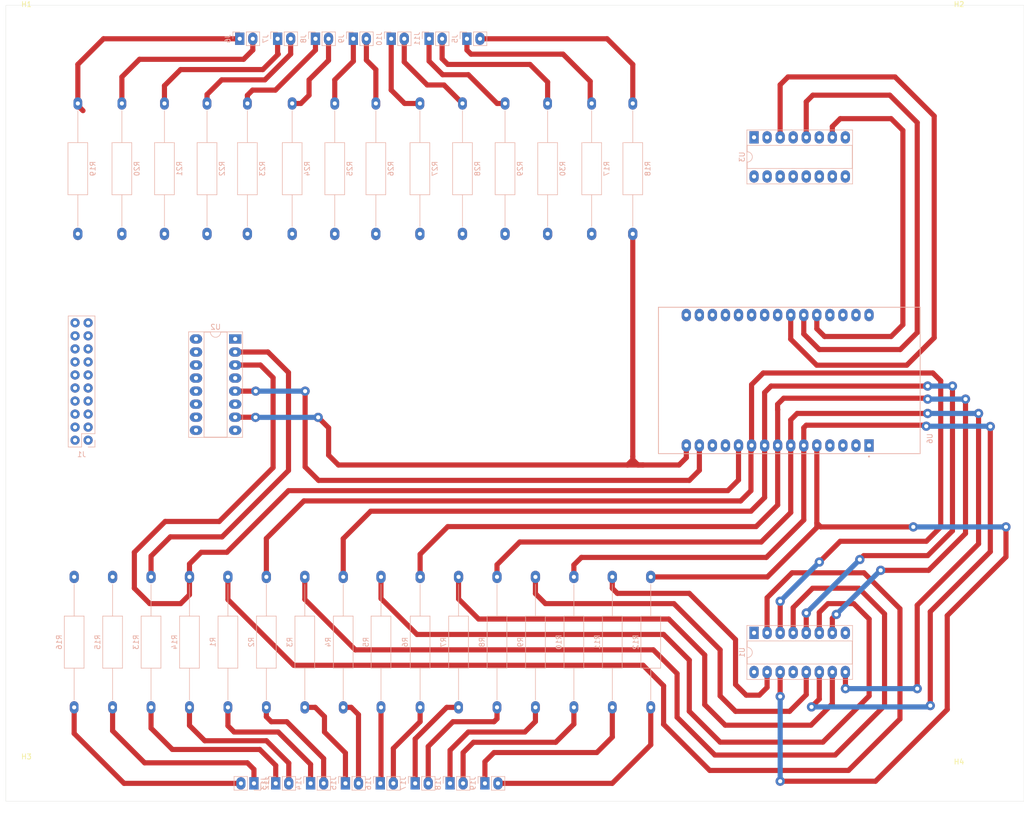
<source format=kicad_pcb>
(kicad_pcb (version 20240108) (generator "pcbnew") (generator_version "8.0")
  (layers (0 "F.Cu" signal) (31 "B.Cu" signal) (34 "B.Paste" user) (35 "F.Paste" user) (36 "B.SilkS" user "B.Silkscreen") (37 "F.SilkS" user "F.Silkscreen") (38 "B.Mask" user) (39 "F.Mask" user) (44 "Edge.Cuts" user))
  (net 0 "")
  (net 1 "+5V")
  (net 2 "GND")
  (net 3 "Net-(J5-Pin_2)")
  (net 4 "Net-(J5-Pin_1)")
  (net 5 "Net-(J6-Pin_1)")
  (net 6 "Net-(J6-Pin_2)")
  (net 7 "Net-(J7-Pin_1)")
  (net 8 "Net-(J7-Pin_2)")
  (net 9 "Net-(J8-Pin_2)")
  (net 10 "Net-(J8-Pin_1)")
  (net 11 "Net-(J9-Pin_2)")
  (net 12 "Net-(J9-Pin_1)")
  (net 13 "Net-(J10-Pin_2)")
  (net 14 "Net-(J10-Pin_1)")
  (net 15 "Net-(J11-Pin_2)")
  (net 16 "Net-(J11-Pin_1)")
  (net 17 "Net-(J12-Pin_1)")
  (net 18 "Net-(J12-Pin_2)")
  (net 19 "Net-(J13-Pin_1)")
  (net 20 "Net-(J13-Pin_2)")
  (net 21 "Net-(J14-Pin_2)")
  (net 22 "Net-(J14-Pin_1)")
  (net 23 "Net-(J15-Pin_2)")
  (net 24 "Net-(J15-Pin_1)")
  (net 25 "Net-(J16-Pin_2)")
  (net 26 "Net-(J16-Pin_1)")
  (net 27 "Net-(J17-Pin_2)")
  (net 28 "Net-(J17-Pin_1)")
  (net 29 "Net-(J18-Pin_2)")
  (net 30 "Net-(J18-Pin_1)")
  (net 31 "Net-(J19-Pin_1)")
  (net 32 "Net-(J19-Pin_2)")
  (net 33 "Net-(R1-Pad1)")
  (net 34 "Net-(R3-Pad1)")
  (net 35 "Net-(R5-Pad1)")
  (net 36 "Net-(R7-Pad1)")
  (net 37 "Net-(R9-Pad1)")
  (net 38 "Net-(R11-Pad1)")
  (net 39 "Net-(R13-Pad1)")
  (net 40 "Net-(R15-Pad1)")
  (net 41 "Net-(R17-Pad1)")
  (net 42 "Net-(R19-Pad1)")
  (net 43 "Net-(R21-Pad1)")
  (net 44 "Net-(R23-Pad1)")
  (net 45 "Net-(R25-Pad1)")
  (net 46 "Net-(R27-Pad1)")
  (net 47 "Net-(R29-Pad1)")
  (net 60 "Net-(J1-Pin_17)")
  (net 61 "Net-(J1-Pin_14)")
  (net 62 "Net-(J1-Pin_7)")
  (net 63 "Net-(J1-Pin_16)")
  (net 64 "Net-(J1-Pin_15)")
  (net 65 "Net-(J1-Pin_10)")
  (net 66 "Net-(J1-Pin_3)")
  (net 67 "Net-(J1-Pin_4)")
  (net 68 "Net-(J1-Pin_8)")
  (net 69 "Net-(J1-Pin_9)")
  (net 70 "Net-(J1-Pin_13)")
  (net 71 "Net-(J1-Pin_6)")
  (net 72 "Net-(J1-Pin_5)")
  (net 73 "Net-(J1-Pin_11)")
  (net 74 "Net-(J1-Pin_12)")
  (footprint "MountingHole:MountingHole_3.2mm_M3" (layer "F.Cu") (at 221.5 165)
    (property "Reference" "H4")
    (property "Value" "MountingHole")
  )
  (footprint "MountingHole:MountingHole_3.2mm_M3" (layer "F.Cu") (at 221.5 17.5)
    (property "Reference" "H2")
    (property "Value" "MountingHole" (hide yes))
  )
  (footprint "MountingHole:MountingHole_3.2mm_M3" (layer "F.Cu") (at 40 17.5)
    (property "Reference" "H1")
    (property "Value" "MountingHole")
  )
  (footprint "MountingHole:MountingHole_3.2mm_M3" (layer "F.Cu") (at 40 164)
    (property "Reference" "H3")
    (property "Value" "MountingHole")
  )
  (footprint "Addlibrary:R_Axial_DIN0411_L9.9mm_D3.6mm_P25.40mm_HorizontalLongPads" (layer "B.Cu") (at 79.209 124.8 -90)
    (property "Reference" "R1")
    (property "Value" "R")
  )
  (footprint "Addlibrary:R_Axial_DIN0411_L9.9mm_D3.6mm_P25.40mm_HorizontalLongPads" (layer "B.Cu") (at 154.019 124.8 -90)
    (property "Reference" "R11")
    (property "Value" "R")
  )
  (footprint "Addlibrary:DIP-16_W7.62mm_Socket_LongPads" (layer "B.Cu") (at 181.6 39.2 -90)
    (property "Reference" "U3")
    (property "Value" "4049")
  )
  (footprint "Addlibrary:R_Axial_DIN0411_L9.9mm_D3.6mm_P25.40mm_HorizontalLongPads" (layer "B.Cu") (at 94.171 124.8 -90)
    (property "Reference" "R3")
    (property "Value" "R")
  )
  (footprint "Addlibrary:PinHeader_1x02_P2.54mm_VerticalLongPads" (layer "B.Cu") (at 96.248332 20 -90)
    (property "Reference" "J8")
    (property "Value" "Conn_01x02_Socket")
  )
  (footprint "Addlibrary:PinSocket_2x10_P2.54mm_VerticalLongPads" (layer "B.Cu") (at 52 98.1725)
    (property "Reference" "J1")
    (property "Value" "Conn_01x20_Socket")
  )
  (footprint "Addlibrary:R_Axial_DIN0411_L9.9mm_D3.6mm_P25.40mm_HorizontalLongPads" (layer "B.Cu") (at 49.285 124.8 -90)
    (property "Reference" "R16")
    (property "Value" "R")
  )
  (footprint "Addlibrary:PinHeader_1x02_P2.54mm_VerticalLongPads" (layer "B.Cu") (at 125.725 20 -90)
    (property "Reference" "J5")
    (property "Value" "Conn_01x02_Socket")
  )
  (footprint "Addlibrary:PinHeader_1x02_P2.54mm_VerticalLongPads" (layer "B.Cu") (at 115.65357 165 -90)
    (property "Reference" "J17")
    (property "Value" "Conn_01x02_Socket")
  )
  (footprint "Addlibrary:DIP-16_W7.62mm_Socket_LongPads" (layer "B.Cu") (at 80.62 78.46 180)
    (property "Reference" "U2")
    (property "Value" "4049")
  )
  (footprint "Addlibrary:R_Axial_DIN0411_L9.9mm_D3.6mm_P25.40mm_HorizontalLongPads" (layer "B.Cu") (at 83 58 90)
    (property "Reference" "R23")
    (property "Value" "R")
  )
  (footprint "Addlibrary:R_Axial_DIN0411_L9.9mm_D3.6mm_P25.40mm_HorizontalLongPads" (layer "B.Cu") (at 99.999614 58 90)
    (property "Reference" "R25")
    (property "Value" "R")
  )
  (footprint "Addlibrary:R_Axial_DIN0411_L9.9mm_D3.6mm_P25.40mm_HorizontalLongPads" (layer "B.Cu") (at 75.142307 58 90)
    (property "Reference" "R22")
    (property "Value" "R")
  )
  (footprint "Addlibrary:R_Axial_DIN0411_L9.9mm_D3.6mm_P25.40mm_HorizontalLongPads" (layer "B.Cu") (at 133.14269 58 90)
    (property "Reference" "R29")
    (property "Value" "R")
  )
  (footprint "Addlibrary:PinHeader_1x02_P2.54mm_VerticalLongPads" (layer "B.Cu") (at 110.986664 20 -90)
    (property "Reference" "J10")
    (property "Value" "Conn_01x02_Socket")
  )
  (footprint "Addlibrary:R_Axial_DIN0411_L9.9mm_D3.6mm_P25.40mm_HorizontalLongPads" (layer "B.Cu") (at 139.057 124.8 -90)
    (property "Reference" "R9")
    (property "Value" "R")
  )
  (footprint "Addlibrary:R_Axial_DIN0411_L9.9mm_D3.6mm_P25.40mm_HorizontalLongPads" (layer "B.Cu") (at 91.713845 58 90)
    (property "Reference" "R24")
    (property "Value" "R")
  )
  (footprint "Addlibrary:R_Axial_DIN0411_L9.9mm_D3.6mm_P25.40mm_HorizontalLongPads" (layer "B.Cu") (at 116.571152 58 90)
    (property "Reference" "R27")
    (property "Value" "R")
  )
  (footprint "Addlibrary:R_Axial_DIN0411_L9.9mm_D3.6mm_P25.40mm_HorizontalLongPads" (layer "B.Cu") (at 158 58 90)
    (property "Reference" "R18")
    (property "Value" "R")
  )
  (footprint "Addlibrary:R_Axial_DIN0411_L9.9mm_D3.6mm_P25.40mm_HorizontalLongPads" (layer "B.Cu") (at 116.614 124.8 -90)
    (property "Reference" "R6")
    (property "Value" "R")
  )
  (footprint "Addlibrary:PinHeader_1x02_P2.54mm_VerticalLongPads" (layer "B.Cu") (at 95.296428 165 -90)
    (property "Reference" "J14")
    (property "Value" "Conn_01x02_Socket")
  )
  (footprint "Addlibrary:R_Axial_DIN0411_L9.9mm_D3.6mm_P25.40mm_HorizontalLongPads" (layer "B.Cu") (at 141.428459 58 90)
    (property "Reference" "R30")
    (property "Value" "R")
  )
  (footprint "Addlibrary:R_Axial_DIN0411_L9.9mm_D3.6mm_P25.40mm_HorizontalLongPads" (layer "B.Cu") (at 56.766 124.8 -90)
    (property "Reference" "R15")
    (property "Value" "R")
  )
  (footprint "Addlibrary:PinHeader_1x02_P2.54mm_VerticalLongPads" (layer "B.Cu") (at 118.35583 20 -90)
    (property "Reference" "J11")
    (property "Value" "Conn_01x02_Socket")
  )
  (footprint "Addlibrary:PinHeader_1x02_P2.54mm_VerticalLongPads" (layer "B.Cu") (at 103.617498 20 -90)
    (property "Reference" "J9")
    (property "Value" "Conn_01x02_Socket")
  )
  (footprint "Addlibrary:R_Axial_DIN0411_L9.9mm_D3.6mm_P25.40mm_HorizontalLongPads" (layer "B.Cu") (at 66.856538 58 90)
    (property "Reference" "R21")
    (property "Value" "R")
  )
  (footprint "Addlibrary:PinHeader_1x02_P2.54mm_VerticalLongPads" (layer "B.Cu") (at 84.275 165 90)
    (property "Reference" "J12")
    (property "Value" "Conn_01x02_Socket")
  )
  (footprint "Addlibrary:MODULE_ESP32_DEVKIT_V1LongPads" (layer "B.Cu") (at 188.465 86.5 90)
    (property "Reference" "U6")
    (property "Value" "ESP32-DEVKIT-V1")
  )
  (footprint "Addlibrary:R_Axial_DIN0411_L9.9mm_D3.6mm_P25.40mm_HorizontalLongPads" (layer "B.Cu") (at 146.538 124.8 -90)
    (property "Reference" "R10")
    (property "Value" "R")
  )
  (footprint "Addlibrary:R_Axial_DIN0411_L9.9mm_D3.6mm_P25.40mm_HorizontalLongPads" (layer "B.Cu") (at 109 124.8 -90)
    (property "Reference" "R5")
    (property "Value" "R")
  )
  (footprint "Addlibrary:R_Axial_DIN0411_L9.9mm_D3.6mm_P25.40mm_HorizontalLongPads" (layer "B.Cu") (at 131.576 124.8 -90)
    (property "Reference" "R8")
    (property "Value" "R")
  )
  (footprint "Addlibrary:R_Axial_DIN0411_L9.9mm_D3.6mm_P25.40mm_HorizontalLongPads" (layer "B.Cu") (at 50 58 90)
    (property "Reference" "R19")
    (property "Value" "R")
  )
  (footprint "Addlibrary:R_Axial_DIN0411_L9.9mm_D3.6mm_P25.40mm_HorizontalLongPads" (layer "B.Cu") (at 58.570769 58 90)
    (property "Reference" "R20")
    (property "Value" "R")
  )
  (footprint "Addlibrary:DIP-16_W7.62mm_Socket_LongPads" (layer "B.Cu") (at 181.6 135.7 -90)
    (property "Reference" "U1")
    (property "Value" "4049")
  )
  (footprint "Addlibrary:PinHeader_1x02_P2.54mm_VerticalLongPads" (layer "B.Cu") (at 88.879166 20 -90)
    (property "Reference" "J7")
    (property "Value" "Conn_01x02_Socket")
  )
  (footprint "Addlibrary:PinHeader_1x02_P2.54mm_VerticalLongPads" (layer "B.Cu") (at 102.082142 165 -90)
    (property "Reference" "J15")
    (property "Value" "Conn_01x02_Socket")
  )
  (footprint "Addlibrary:R_Axial_DIN0411_L9.9mm_D3.6mm_P25.40mm_HorizontalLongPads" (layer "B.Cu") (at 108 58 90)
    (property "Reference" "R26")
    (property "Value" "R")
  )
  (footprint "Addlibrary:R_Axial_DIN0411_L9.9mm_D3.6mm_P25.40mm_HorizontalLongPads" (layer "B.Cu") (at 86.69 124.8 -90)
    (property "Reference" "R2")
    (property "Value" "R")
  )
  (footprint "Addlibrary:R_Axial_DIN0411_L9.9mm_D3.6mm_P25.40mm_HorizontalLongPads" (layer "B.Cu") (at 150 58 90)
    (property "Reference" "R17")
    (property "Value" "R")
  )
  (footprint "Addlibrary:R_Axial_DIN0411_L9.9mm_D3.6mm_P25.40mm_HorizontalLongPads" (layer "B.Cu") (at 71.728 124.8 -90)
    (property "Reference" "R14")
    (property "Value" "R")
  )
  (footprint "Addlibrary:R_Axial_DIN0411_L9.9mm_D3.6mm_P25.40mm_HorizontalLongPads" (layer "B.Cu") (at 101.652 124.8 -90)
    (property "Reference" "R4")
    (property "Value" "R")
  )
  (footprint "Addlibrary:PinHeader_1x02_P2.54mm_VerticalLongPads" (layer "B.Cu") (at 129.225 165 -90)
    (property "Reference" "J19")
    (property "Value" "Conn_01x02_Socket")
  )
  (footprint "Addlibrary:PinHeader_1x02_P2.54mm_VerticalLongPads" (layer "B.Cu") (at 88.510714 165 -90)
    (property "Reference" "J13")
    (property "Value" "Conn_01x02_Socket")
  )
  (footprint "Addlibrary:R_Axial_DIN0411_L9.9mm_D3.6mm_P25.40mm_HorizontalLongPads" (layer "B.Cu") (at 161.5 124.8 -90)
    (property "Reference" "R12")
    (property "Value" "R")
  )
  (footprint "Addlibrary:PinHeader_1x02_P2.54mm_VerticalLongPads" (layer "B.Cu") (at 122.439284 165 -90)
    (property "Reference" "J18")
    (property "Value" "Conn_01x02_Socket")
  )
  (footprint "Addlibrary:R_Axial_DIN0411_L9.9mm_D3.6mm_P25.40mm_HorizontalLongPads" (layer "B.Cu") (at 124.856921 58 90)
    (property "Reference" "R28")
    (property "Value" "R")
  )
  (footprint "Addlibrary:PinHeader_1x02_P2.54mm_VerticalLongPads" (layer "B.Cu") (at 108.867856 165 -90)
    (property "Reference" "J16")
    (property "Value" "Conn_01x02_Socket")
  )
  (footprint "Addlibrary:R_Axial_DIN0411_L9.9mm_D3.6mm_P25.40mm_HorizontalLongPads" (layer "B.Cu") (at 64.247 124.8 -90)
    (property "Reference" "R13")
    (property "Value" "R")
  )
  (footprint "Addlibrary:PinHeader_1x02_P2.54mm_VerticalLongPads" (layer "B.Cu") (at 81.51 20 -90)
    (property "Reference" "J6")
    (property "Value" "Conn_01x02_Socket")
  )
  (footprint "Addlibrary:R_Axial_DIN0411_L9.9mm_D3.6mm_P25.40mm_HorizontalLongPads" (layer "B.Cu") (at 124.095 124.8 -90)
    (property "Reference" "R7")
    (property "Value" "R")
  )
  (gr_rect (start 36 13.5) (end 234.136 168.5) (stroke (width 0.05)) (fill none) (layer "Edge.Cuts"))
  (segment (start 128.265 20) (end 153 20) (width 1) (layer "F.Cu") (net 3))
  (segment (start 158 25) (end 158 32.6) (width 1) (layer "F.Cu") (net 3))
  (segment (start 153 20) (end 158 25) (width 1) (layer "F.Cu") (net 3))
  (segment (start 149.714228 28.285772) (end 149.714228 32.6) (width 1) (layer "F.Cu") (net 4))
  (segment (start 144.428456 23) (end 144 23) (width 1) (layer "F.Cu") (net 4))
  (segment (start 125.725 20) (end 125.725 22.2) (width 1) (layer "F.Cu") (net 4))
  (segment (start 126.525 23) (end 144 23) (width 1) (layer "F.Cu") (net 4))
  (segment (start 125.725 22.2) (end 126.525 23) (width 1) (layer "F.Cu") (net 4))
  (segment (start 149.714228 28.285772) (end 144.428456 23) (width 1) (layer "F.Cu") (net 4))
  (segment (start 50 25) (end 55 20) (width 1) (layer "F.Cu") (net 5))
  (segment (start 50 32.6) (end 50 25) (width 1) (layer "F.Cu") (net 5))
  (segment (start 50.285 33.285) (end 51 34) (width 1) (layer "F.Cu") (net 5))
  (segment (start 55 20) (end 81.51 20) (width 1) (layer "F.Cu") (net 5))
  (segment (start 50.285 32.6) (end 50.285 33.285) (width 1) (layer "F.Cu") (net 5))
  (segment (start 82.25 24) (end 84.05 22.2) (width 1) (layer "F.Cu") (net 6))
  (segment (start 58.570769 27.429231) (end 62 24) (width 1) (layer "F.Cu") (net 6))
  (segment (start 84.05 22.2) (end 84.05 20) (width 1) (layer "F.Cu") (net 6))
  (segment (start 62 24) (end 82.25 24) (width 1) (layer "F.Cu") (net 6))
  (segment (start 58.570769 32.6) (end 58.570769 27.429231) (width 1) (layer "F.Cu") (net 6))
  (segment (start 89 23) (end 88.879166 22.879166) (width 1) (layer "F.Cu") (net 7))
  (segment (start 66.856538 32.6) (end 66.856538 29.143462) (width 1) (layer "F.Cu") (net 7))
  (segment (start 66.856538 29.143462) (end 70 26) (width 1) (layer "F.Cu") (net 7))
  (segment (start 70 26) (end 86 26) (width 1) (layer "F.Cu") (net 7))
  (segment (start 86 26) (end 89 23) (width 1) (layer "F.Cu") (net 7))
  (segment (start 88.879166 22.879166) (end 88.879166 20) (width 1) (layer "F.Cu") (net 7))
  (segment (start 75.142307 30.857693) (end 78 28) (width 1) (layer "F.Cu") (net 8))
  (segment (start 78 28) (end 86.404164 28) (width 1) (layer "F.Cu") (net 8))
  (segment (start 91.419166 22.984998) (end 91.419166 20) (width 1) (layer "F.Cu") (net 8))
  (segment (start 86.404164 28) (end 91.419166 22.984998) (width 1) (layer "F.Cu") (net 8))
  (segment (start 75.142307 32.6) (end 75.142307 30.857693) (width 1) (layer "F.Cu") (net 8))
  (segment (start 95 28) (end 98.5 24.5) (width 1) (layer "F.Cu") (net 9))
  (segment (start 93.4 32.6) (end 95 31) (width 1) (layer "F.Cu") (net 9))
  (segment (start 95 31) (end 95 28) (width 1) (layer "F.Cu") (net 9))
  (segment (start 98.788332 20) (end 98.788332 24.211668) (width 1) (layer "F.Cu") (net 9))
  (segment (start 98.788332 24.211668) (end 98.5 24.5) (width 1) (layer "F.Cu") (net 9))
  (segment (start 91.713845 32.6) (end 93.4 32.6) (width 1) (layer "F.Cu") (net 9))
  (segment (start 83 32.6) (end 83 31) (width 1) (layer "F.Cu") (net 10))
  (segment (start 84 30) (end 88.448332 30) (width 1) (layer "F.Cu") (net 10))
  (segment (start 96.248332 22.2) (end 96.248332 20) (width 1) (layer "F.Cu") (net 10))
  (segment (start 88.448332 30) (end 96.248332 22.2) (width 1) (layer "F.Cu") (net 10))
  (segment (start 83 31) (end 84 30) (width 1) (layer "F.Cu") (net 10))
  (segment (start 106.157498 24.157498) (end 108 26) (width 1) (layer "F.Cu") (net 11))
  (segment (start 106.157498 20.8) (end 106.157498 24.157498) (width 1) (layer "F.Cu") (net 11))
  (segment (start 108 26) (end 108 32.6) (width 1) (layer "F.Cu") (net 11))
  (segment (start 103.617498 24.382502) (end 99.999614 28.000386) (width 1) (layer "F.Cu") (net 12))
  (segment (start 103.617498 20.8) (end 103.617498 24.382502) (width 1) (layer "F.Cu") (net 12))
  (segment (start 99.999614 28.000386) (end 99.999614 32.6) (width 1) (layer "F.Cu") (net 12))
  (segment (start 113.526664 24.526664) (end 118 29) (width 1) (layer "F.Cu") (net 13))
  (segment (start 113.526664 20.8) (end 113.526664 24.526664) (width 1) (layer "F.Cu") (net 13))
  (segment (start 118 29) (end 121.256921 29) (width 1) (layer "F.Cu") (net 13))
  (segment (start 121.256921 29) (end 124.856921 32.6) (width 1) (layer "F.Cu") (net 13))
  (segment (start 113.6 32.6) (end 116.571152 32.6) (width 1) (layer "F.Cu") (net 14))
  (segment (start 110.986664 29.986664) (end 113.6 32.6) (width 1) (layer "F.Cu") (net 14))
  (segment (start 110.986664 20.8) (end 110.986664 29.986664) (width 1) (layer "F.Cu") (net 14))
  (segment (start 141.428459 28.428459) (end 141.428459 32.6) (width 1) (layer "F.Cu") (net 15))
  (segment (start 120.89583 20.8) (end 120.89583 23.89583) (width 1) (layer "F.Cu") (net 15))
  (segment (start 138 25) (end 141.428459 28.428459) (width 1) (layer "F.Cu") (net 15))
  (segment (start 122 25) (end 138 25) (width 1) (layer "F.Cu") (net 15))
  (segment (start 120.89583 23.89583) (end 122 25) (width 1) (layer "F.Cu") (net 15))
  (segment (start 131.6 32.6) (end 133.14269 32.6) (width 1) (layer "F.Cu") (net 16))
  (segment (start 118.35583 20.8) (end 118.35583 24.35583) (width 1) (layer "F.Cu") (net 16))
  (segment (start 118.35583 24.35583) (end 121 27) (width 1) (layer "F.Cu") (net 16))
  (segment (start 121 27) (end 126 27) (width 1) (layer "F.Cu") (net 16))
  (segment (start 126 27) (end 131.6 32.6) (width 1) (layer "F.Cu") (net 16))
  (segment (start 56.766 154.766) (end 56.766 150.2) (width 1) (layer "F.Cu") (net 17))
  (segment (start 84.275 165) (end 84.275 162.275) (width 1) (layer "F.Cu") (net 17))
  (segment (start 83 161) (end 63 161) (width 1) (layer "F.Cu") (net 17))
  (segment (start 84.275 162.275) (end 83 161) (width 1) (layer "F.Cu") (net 17))
  (segment (start 63 161) (end 56.766 154.766) (width 1) (layer "F.Cu") (net 17))
  (segment (start 49.285 155.285) (end 49.285 150.2) (width 1) (layer "F.Cu") (net 18))
  (segment (start 59 165) (end 49.285 155.285) (width 1) (layer "F.Cu") (net 18))
  (segment (start 81.735 165) (end 59 165) (width 1) (layer "F.Cu") (net 18))
  (segment (start 64.247 150.2) (end 64.247 154.247) (width 1) (layer "F.Cu") (net 19))
  (segment (start 88.510714 161.510714) (end 88.510714 165) (width 1) (layer "F.Cu") (net 19))
  (segment (start 68.4 158.4) (end 85.4 158.4) (width 1) (layer "F.Cu") (net 19))
  (segment (start 85.4 158.4) (end 88.510714 161.510714) (width 1) (layer "F.Cu") (net 19))
  (segment (start 64.247 154.247) (end 68.4 158.4) (width 1) (layer "F.Cu") (net 19))
  (segment (start 71.728 153.728) (end 74.7 156.7) (width 1) (layer "F.Cu") (net 20))
  (segment (start 74.7 156.7) (end 86.7 156.7) (width 1) (layer "F.Cu") (net 20))
  (segment (start 91.050714 161.050714) (end 91.050714 165) (width 1) (layer "F.Cu") (net 20))
  (segment (start 71.728 150.2) (end 71.728 153.728) (width 1) (layer "F.Cu") (net 20))
  (segment (start 86.7 156.7) (end 91.050714 161.050714) (width 1) (layer "F.Cu") (net 20))
  (segment (start 90.672856 153) (end 87.655 153) (width 1) (layer "F.Cu") (net 21))
  (segment (start 86.69 152.035) (end 86.69 150.2) (width 1) (layer "F.Cu") (net 21))
  (segment (start 97.836428 160.163572) (end 90.672856 153) (width 1) (layer "F.Cu") (net 21))
  (segment (start 87.655 153) (end 86.69 152.035) (width 1) (layer "F.Cu") (net 21))
  (segment (start 97.836428 165) (end 97.836428 160.163572) (width 1) (layer "F.Cu") (net 21))
  (segment (start 95.296428 165) (end 95.296428 161.296428) (width 1) (layer "F.Cu") (net 22))
  (segment (start 79.209 153.791) (end 79.209 150.2) (width 1) (layer "F.Cu") (net 22))
  (segment (start 80.418 155) (end 79.209 153.791) (width 1) (layer "F.Cu") (net 22))
  (segment (start 89 155) (end 80.418 155) (width 1) (layer "F.Cu") (net 22))
  (segment (start 95.296428 161.296428) (end 89 155) (width 1) (layer "F.Cu") (net 22))
  (segment (start 103.2 150.2) (end 104.622142 151.622142) (width 1) (layer "F.Cu") (net 23))
  (segment (start 101.652 150.2) (end 103.2 150.2) (width 1) (layer "F.Cu") (net 23))
  (segment (start 104.622142 151.622142) (end 104.622142 165) (width 1) (layer "F.Cu") (net 23))
  (segment (start 102.082142 159.082142) (end 102.082142 165) (width 1) (layer "F.Cu") (net 24))
  (segment (start 96.2 150.2) (end 98 152) (width 1) (layer "F.Cu") (net 24))
  (segment (start 98 155) (end 102.082142 159.082142) (width 1) (layer "F.Cu") (net 24))
  (segment (start 98 152) (end 98 155) (width 1) (layer "F.Cu") (net 24))
  (segment (start 94.171 150.2) (end 96.2 150.2) (width 1) (layer "F.Cu") (net 24))
  (segment (start 111.407856 165) (end 111.407856 158.18798) (width 1) (layer "F.Cu") (net 25))
  (segment (start 116.614 152.981836) (end 116.614 150.2) (width 1) (layer "F.Cu") (net 25))
  (segment (start 111.407856 158.18798) (end 116.614 152.981836) (width 1) (layer "F.Cu") (net 25))
  (segment (start 109 164.867856) (end 108.867856 165) (width 1) (layer "F.Cu") (net 26))
  (segment (start 109 150.2) (end 109 164.867856) (width 1) (layer "F.Cu") (net 26))
  (segment (start 123 153) (end 131 153) (width 1) (layer "F.Cu") (net 27))
  (segment (start 118.19357 165) (end 118.19357 157.80643) (width 1) (layer "F.Cu") (net 27))
  (segment (start 131 153) (end 131.576 152.424) (width 1) (layer "F.Cu") (net 27))
  (segment (start 118.19357 157.80643) (end 123 153) (width 1) (layer "F.Cu") (net 27))
  (segment (start 131.576 152.424) (end 131.576 150.2) (width 1) (layer "F.Cu") (net 27))
  (segment (start 115.65357 156.34643) (end 121.8 150.2) (width 1) (layer "F.Cu") (net 28))
  (segment (start 115.65357 165) (end 115.65357 156.34643) (width 1) (layer "F.Cu") (net 28))
  (segment (start 121.8 150.2) (end 124.095 150.2) (width 1) (layer "F.Cu") (net 28))
  (segment (start 127 157) (end 143 157) (width 1) (layer "F.Cu") (net 29))
  (segment (start 146.538 153.462) (end 146.538 150.2) (width 1) (layer "F.Cu") (net 29))
  (segment (start 143 157) (end 146.538 153.462) (width 1) (layer "F.Cu") (net 29))
  (segment (start 124.979284 165) (end 124.979284 159.020716) (width 1) (layer "F.Cu") (net 29))
  (segment (start 124.979284 159.020716) (end 127 157) (width 1) (layer "F.Cu") (net 29))
  (segment (start 122.439284 165) (end 122.439284 158.560716) (width 1) (layer "F.Cu") (net 30))
  (segment (start 139.057 152.943) (end 139.057 150.2) (width 1) (layer "F.Cu") (net 30))
  (segment (start 126 155) (end 137 155) (width 1) (layer "F.Cu") (net 30))
  (segment (start 137 155) (end 139.057 152.943) (width 1) (layer "F.Cu") (net 30))
  (segment (start 122.439284 158.560716) (end 126 155) (width 1) (layer "F.Cu") (net 30))
  (segment (start 131 159) (end 151 159) (width 1) (layer "F.Cu") (net 31))
  (segment (start 129.225 165) (end 129.225 160.775) (width 1) (layer "F.Cu") (net 31))
  (segment (start 129.225 160.775) (end 131 159) (width 1) (layer "F.Cu") (net 31))
  (segment (start 151 159) (end 154.019 155.981) (width 1) (layer "F.Cu") (net 31))
  (segment (start 154.019 155.981) (end 154.019 150.2) (width 1) (layer "F.Cu") (net 31))
  (segment (start 154 165) (end 131.765 165) (width 1) (layer "F.Cu") (net 32))
  (segment (start 161.5 157.5) (end 154 165) (width 1) (layer "F.Cu") (net 32))
  (segment (start 161.5 150.2) (end 161.5 157.5) (width 1) (layer "F.Cu") (net 32))
  (segment (start 184.14 135.7) (end 184.14 128.86) (width 1) (layer "F.Cu") (net 33))
  (segment (start 160 142) (end 92 142) (width 1) (layer "F.Cu") (net 33))
  (segment (start 209.981918 152.483918) (end 199.981918 162.483918) (width 1) (layer "F.Cu") (net 33))
  (segment (start 164 153.465836) (end 164 146) (width 1) (layer "F.Cu") (net 33))
  (segment (start 163.981918 153.483918) (end 164 153.465836) (width 1) (layer "F.Cu") (net 33))
  (segment (start 203 124) (end 210 131) (width 1) (layer "F.Cu") (net 33))
  (segment (start 199.981918 162.483918) (end 172.981918 162.483918) (width 1) (layer "F.Cu") (net 33))
  (segment (start 92 142) (end 79.209 129.209) (width 1) (layer "F.Cu") (net 33))
  (segment (start 172.981918 162.483918) (end 163.981918 153.483918) (width 1) (layer "F.Cu") (net 33))
  (segment (start 189 124) (end 203 124) (width 1) (layer "F.Cu") (net 33))
  (segment (start 210 152.465836) (end 209.981918 152.483918) (width 1) (layer "F.Cu") (net 33))
  (segment (start 184.14 128.86) (end 189 124) (width 1) (layer "F.Cu") (net 33))
  (segment (start 79.209 129.209) (end 79.209 124.8) (width 1) (layer "F.Cu") (net 33))
  (segment (start 210 131) (end 210 152.465836) (width 1) (layer "F.Cu") (net 33))
  (segment (start 164 146) (end 160 142) (width 1) (layer "F.Cu") (net 33))
  (segment (start 104 139) (end 94.171 129.171) (width 1) (layer "F.Cu") (net 34))
  (segment (start 197.386082 159.483918) (end 173.981918 159.483918) (width 1) (layer "F.Cu") (net 34))
  (segment (start 207 132) (end 207 149.87) (width 1) (layer "F.Cu") (net 34))
  (segment (start 173.981918 159.483918) (end 166.624 152.126) (width 1) (layer "F.Cu") (net 34))
  (segment (start 202 127) (end 207 132) (width 1) (layer "F.Cu") (net 34))
  (segment (start 162 139) (end 104 139) (width 1) (layer "F.Cu") (net 34))
  (segment (start 94.171 129.171) (end 94.171 124.8) (width 1) (layer "F.Cu") (net 34))
  (segment (start 166.624 143.624) (end 162 139) (width 1) (layer "F.Cu") (net 34))
  (segment (start 189.22 130.78) (end 193 127) (width 1) (layer "F.Cu") (net 34))
  (segment (start 207 149.87) (end 197.386082 159.483918) (width 1) (layer "F.Cu") (net 34))
  (segment (start 166.624 152.126) (end 166.624 143.624) (width 1) (layer "F.Cu") (net 34))
  (segment (start 189.22 135.7) (end 189.22 130.78) (width 1) (layer "F.Cu") (net 34))
  (segment (start 193 127) (end 202 127) (width 1) (layer "F.Cu") (net 34))
  (segment (start 204 133) (end 201 130) (width 1) (layer "F.Cu") (net 35))
  (segment (start 164 136) (end 169 141) (width 1) (layer "F.Cu") (net 35))
  (segment (start 109 124.8) (end 109 129) (width 1) (layer "F.Cu") (net 35))
  (segment (start 201 130) (end 196 130) (width 1) (layer "F.Cu") (net 35))
  (segment (start 196 130) (end 194.3 131.7) (width 1) (layer "F.Cu") (net 35))
  (segment (start 204 147.972) (end 204 133) (width 1) (layer "F.Cu") (net 35))
  (segment (start 169 150.972) (end 175 156.972) (width 1) (layer "F.Cu") (net 35))
  (segment (start 194.3 131.7) (end 194.3 135.7) (width 1) (layer "F.Cu") (net 35))
  (segment (start 169 141) (end 169 150.972) (width 1) (layer "F.Cu") (net 35))
  (segment (start 109 129) (end 116 136) (width 1) (layer "F.Cu") (net 35))
  (segment (start 175 156.972) (end 195 156.972) (width 1) (layer "F.Cu") (net 35))
  (segment (start 195 156.972) (end 204 147.972) (width 1) (layer "F.Cu") (net 35))
  (segment (start 116 136) (end 164 136) (width 1) (layer "F.Cu") (net 35))
  (segment (start 128 133) (end 165 133) (width 1) (layer "F.Cu") (net 36))
  (segment (start 124.095 129.095) (end 128 133) (width 1) (layer "F.Cu") (net 36))
  (segment (start 172 149.67) (end 176 153.67) (width 1) (layer "F.Cu") (net 36))
  (segment (start 172 140) (end 172 149.67) (width 1) (layer "F.Cu") (net 36))
  (segment (start 165 133) (end 172 140) (width 1) (layer "F.Cu") (net 36))
  (segment (start 176 153.67) (end 192.68 153.67) (width 1) (layer "F.Cu") (net 36))
  (segment (start 124.095 124.8) (end 124.095 129.095) (width 1) (layer "F.Cu") (net 36))
  (segment (start 196.84 149.51) (end 196.84 143.32) (width 1) (layer "F.Cu") (net 36))
  (segment (start 192.68 153.67) (end 196.84 149.51) (width 1) (layer "F.Cu") (net 36))
  (segment (start 166 130) (end 175 139) (width 1) (layer "F.Cu") (net 37))
  (segment (start 188.52 150.972) (end 191.76 147.732) (width 1) (layer "F.Cu") (net 37))
  (segment (start 178 150.972) (end 188.52 150.972) (width 1) (layer "F.Cu") (net 37))
  (segment (start 191.76 147.732) (end 191.76 143.32) (width 1) (layer "F.Cu") (net 37))
  (segment (start 139.057 128.057) (end 141 130) (width 1) (layer "F.Cu") (net 37))
  (segment (start 141 130) (end 166 130) (width 1) (layer "F.Cu") (net 37))
  (segment (start 175 147.972) (end 178 150.972) (width 1) (layer "F.Cu") (net 37))
  (segment (start 175 139) (end 175 147.972) (width 1) (layer "F.Cu") (net 37))
  (segment (start 139.057 124.8) (end 139.057 128.057) (width 1) (layer "F.Cu") (net 37))
  (segment (start 154.019 124.8) (end 154.019 127.019) (width 1) (layer "F.Cu") (net 38))
  (segment (start 178 137) (end 178 145.742) (width 1) (layer "F.Cu") (net 38))
  (segment (start 169 128) (end 178 137) (width 1) (layer "F.Cu") (net 38))
  (segment (start 184.14 146.314) (end 184.14 143.32) (width 1) (layer "F.Cu") (net 38))
  (segment (start 155 128) (end 169 128) (width 1) (layer "F.Cu") (net 38))
  (segment (start 178 145.742) (end 180.086 147.828) (width 1) (layer "F.Cu") (net 38))
  (segment (start 182.626 147.828) (end 184.14 146.314) (width 1) (layer "F.Cu") (net 38))
  (segment (start 154.019 127.019) (end 155 128) (width 1) (layer "F.Cu") (net 38))
  (segment (start 180.086 147.828) (end 182.626 147.828) (width 1) (layer "F.Cu") (net 38))
  (segment (start 64.247 120.753) (end 68 117) (width 1) (layer "F.Cu") (net 39))
  (segment (start 91 104.072) (end 91 85) (width 1) (layer "F.Cu") (net 39))
  (segment (start 91 85) (end 87 81) (width 1) (layer "F.Cu") (net 39))
  (segment (start 87 81) (end 80.62 81) (width 1) (layer "F.Cu") (net 39))
  (segment (start 64.247 124.8) (end 64.247 120.753) (width 1) (layer "F.Cu") (net 39))
  (segment (start 68 117) (end 78.072 117) (width 1) (layer "F.Cu") (net 39))
  (segment (start 78.072 117) (end 91 104.072) (width 1) (layer "F.Cu") (net 39))
  (segment (start 193.82 115.18) (end 184.2 124.8) (width 1) (layer "F.Cu") (net 60))
  (segment (start 219.202 132.334) (end 219.202 150.622) (width 1) (layer "F.Cu") (net 60))
  (segment (start 219.202 150.622) (end 205.240082 164.583918) (width 1) (layer "F.Cu") (net 60))
  (segment (start 205.240082 164.583918) (end 186.69 164.583918) (width 1) (layer "F.Cu") (net 60))
  (segment (start 194.582 115.062) (end 193.82 114.3) (width 1) (layer "F.Cu") (net 60))
  (segment (start 193.82 99.2) (end 193.8 99.2) (width 1) (layer "F.Cu") (net 60))
  (segment (start 184.2 124.8) (end 161.5 124.8) (width 1) (layer "F.Cu") (net 60))
  (segment (start 230.632 120.904) (end 219.202 132.334) (width 1) (layer "F.Cu") (net 60))
  (segment (start 186.68 148.072) (end 186.69 148.082) (width 1) (layer "F.Cu") (net 60))
  (segment (start 230.632 120.904) (end 230.632 115.062) (width 1) (layer "F.Cu") (net 60))
  (segment (start 186.68 143.32) (end 186.68 148.072) (width 1) (layer "F.Cu") (net 60))
  (segment (start 212.598 115.062) (end 194.582 115.062) (width 1) (layer "F.Cu") (net 60))
  (segment (start 193.82 99.2) (end 193.82 115.18) (width 1) (layer "F.Cu") (net 60))
  (via (at 230.632 115.062) (size 1.8) (drill 0.8) (layers "F.Cu" "B.Cu") (net 60))
  (via (at 186.69 164.583918) (size 1.8) (drill 0.8) (layers "F.Cu" "B.Cu") (net 60))
  (via (at 186.69 148.082) (size 1.8) (drill 0.8) (layers "F.Cu" "B.Cu") (net 60))
  (via (at 212.598 115.062) (size 1.8) (drill 0.8) (layers "F.Cu" "B.Cu") (net 60))
  (segment (start 230.632 115.062) (end 212.598 115.062) (width 1) (layer "B.Cu") (net 60))
  (segment (start 186.69 148.082) (end 186.69 164.583918) (width 1) (layer "B.Cu") (net 60))
  (segment (start 215.216 89.994) (end 215.392 90.17) (width 1) (layer "F.Cu") (net 61))
  (segment (start 187.374 89.994) (end 215.216 89.994) (width 1) (layer "F.Cu") (net 61))
  (segment (start 116.614 120.386) (end 116.614 124.8) (width 1) (layer "F.Cu") (net 61))
  (segment (start 186.2 92.22) (end 186.182 92.202) (width 1) (layer "F.Cu") (net 61))
  (segment (start 206.248 123.512) (end 215.578 123.512) (width 1) (layer "F.Cu") (net 61))
  (segment (start 186.2 110.8) (end 182 115) (width 1) (layer "F.Cu") (net 61))
  (segment (start 186.182 91.186) (end 187.374 89.994) (width 1) (layer "F.Cu") (net 61))
  (segment (start 222.758 116.332) (end 222.758 90.17) (width 1) (layer "F.Cu") (net 61))
  (segment (start 186.2 99.2) (end 186.2 110.8) (width 1) (layer "F.Cu") (net 61))
  (segment (start 186.2 99.2) (end 186.2 92.22) (width 1) (layer "F.Cu") (net 61))
  (segment (start 197.358 132.334) (end 197.592 132.1) (width 1) (layer "F.Cu") (net 61))
  (segment (start 122 115) (end 116.614 120.386) (width 1) (layer "F.Cu") (net 61))
  (segment (start 197.592 132.1) (end 197.612 132.1) (width 1) (layer "F.Cu") (net 61))
  (segment (start 215.578 123.512) (end 222.758 116.332) (width 1) (layer "F.Cu") (net 61))
  (segment (start 196.84 132.852) (end 197.358 132.334) (width 1) (layer "F.Cu") (net 61))
  (segment (start 186.182 92.202) (end 186.182 91.186) (width 1) (layer "F.Cu") (net 61))
  (segment (start 196.84 135.7) (end 196.84 132.852) (width 1) (layer "F.Cu") (net 61))
  (segment (start 182 115) (end 122 115) (width 1) (layer "F.Cu") (net 61))
  (via (at 197.612 132.1) (size 1.8) (drill 0.8) (layers "F.Cu" "B.Cu") (net 61))
  (via (at 222.758 90.17) (size 1.8) (drill 0.8) (layers "F.Cu" "B.Cu") (net 61))
  (via (at 215.392 90.17) (size 1.8) (drill 0.8) (layers "F.Cu" "B.Cu") (net 61))
  (via (at 206.248 123.512) (size 1.8) (drill 0.8) (layers "F.Cu" "B.Cu") (net 61))
  (segment (start 206.2 123.512) (end 206.248 123.512) (width 1) (layer "B.Cu") (net 61))
  (segment (start 197.612 132.1) (end 206.2 123.512) (width 1) (layer "B.Cu") (net 61))
  (segment (start 215.392 90.17) (end 222.758 90.17) (width 1) (layer "B.Cu") (net 61))
  (segment (start 191.28 99.2) (end 191.28 113.72) (width 1) (layer "F.Cu") (net 63))
  (segment (start 215.9 131.572) (end 227.584 119.888) (width 1) (layer "F.Cu") (net 63))
  (segment (start 148 121) (end 146.538 122.462) (width 1) (layer "F.Cu") (net 63))
  (segment (start 194.3 148.6) (end 192.786 150.114) (width 1) (layer "F.Cu") (net 63))
  (segment (start 194.3 143.32) (end 194.3 148.6) (width 1) (layer "F.Cu") (net 63))
  (segment (start 191.28 99.2) (end 191.28 95.74) (width 1) (layer "F.Cu") (net 63))
  (segment (start 214.917209 95.25) (end 215.115921 95.448712) (width 1) (layer "F.Cu") (net 63))
  (segment (start 184 121) (end 148 121) (width 1) (layer "F.Cu") (net 63))
  (segment (start 191.28 95.74) (end 191.77 95.25) (width 1) (layer "F.Cu") (net 63))
  (segment (start 146.538 122.462) (end 146.538 124.8) (width 1) (layer "F.Cu") (net 63))
  (segment (start 191.28 113.72) (end 184 121) (width 1) (layer "F.Cu") (net 63))
  (segment (start 215.9 149.86) (end 215.9 131.572) (width 1) (layer "F.Cu") (net 63))
  (segment (start 191.77 95.25) (end 214.917209 95.25) (width 1) (layer "F.Cu") (net 63))
  (segment (start 227.584 95.504) (end 227.584 119.888) (width 1) (layer "F.Cu") (net 63))
  (via (at 227.584 95.504) (size 1.8) (drill 0.8) (layers "F.Cu" "B.Cu") (net 63))
  (via (at 215.9 149.86) (size 1.8) (drill 0.8) (layers "F.Cu" "B.Cu") (net 63))
  (via (at 192.786 150.114) (size 1.8) (drill 0.8) (layers "F.Cu" "B.Cu") (net 63))
  (via (at 215.115921 95.448712) (size 1.8) (drill 0.8) (layers "F.Cu" "B.Cu") (net 63))
  (segment (start 227.528712 95.448712) (end 227.584 95.504) (width 1) (layer "B.Cu") (net 63))
  (segment (start 215.646 150.114) (end 215.9 149.86) (width 1) (layer "B.Cu") (net 63))
  (segment (start 192.786 150.114) (end 215.646 150.114) (width 1) (layer "B.Cu") (net 63))
  (segment (start 215.115921 95.448712) (end 227.528712 95.448712) (width 1) (layer "B.Cu") (net 63))
  (segment (start 199.39 146.558) (end 199.39 143.33) (width 1) (layer "F.Cu") (net 64))
  (segment (start 213.36 146.558) (end 213.36 130.302) (width 1) (layer "F.Cu") (net 64))
  (segment (start 136 118) (end 131.576 122.424) (width 1) (layer "F.Cu") (net 64))
  (segment (start 188.74 99.2) (end 188.74 94.216) (width 1) (layer "F.Cu") (net 64))
  (segment (start 188.74 94.216) (end 189.992 92.964) (width 1) (layer "F.Cu") (net 64))
  (segment (start 213.36 130.302) (end 225.298 118.364) (width 1) (layer "F.Cu") (net 64))
  (segment (start 225.298 118.364) (end 225.298 92.964) (width 1) (layer "F.Cu") (net 64))
  (segment (start 183 118) (end 136 118) (width 1) (layer "F.Cu") (net 64))
  (segment (start 188.74 112.26) (end 183 118) (width 1) (layer "F.Cu") (net 64))
  (segment (start 199.39 143.33) (end 199.38 143.32) (width 1) (layer "F.Cu") (net 64))
  (segment (start 188.74 99.2) (end 188.74 112.26) (width 1) (layer "F.Cu") (net 64))
  (segment (start 189.992 92.964) (end 215.392 92.964) (width 1) (layer "F.Cu") (net 64))
  (segment (start 131.576 122.424) (end 131.576 124.8) (width 1) (layer "F.Cu") (net 64))
  (via (at 213.36 146.558) (size 1.8) (drill 0.8) (layers "F.Cu" "B.Cu") (net 64))
  (via (at 215.392 92.964) (size 1.8) (drill 0.8) (layers "F.Cu" "B.Cu") (net 64))
  (via (at 225.298 92.964) (size 1.8) (drill 0.8) (layers "F.Cu" "B.Cu") (net 64))
  (via (at 199.39 146.558) (size 1.8) (drill 0.8) (layers "F.Cu" "B.Cu") (net 64))
  (segment (start 213.36 146.558) (end 199.39 146.558) (width 1) (layer "B.Cu") (net 64))
  (segment (start 215.392 92.964) (end 225.298 92.964) (width 1) (layer "B.Cu") (net 64))
  (segment (start 96.856 106) (end 169 106) (width 1) (layer "F.Cu") (net 65))
  (segment (start 169 106) (end 170.96 104.04) (width 1) (layer "F.Cu") (net 65))
  (segment (start 94.234 88.62) (end 94.234 103.378) (width 1) (layer "F.Cu") (net 65))
  (segment (start 170.96 104.04) (end 170.96 99.2) (width 1) (layer "F.Cu") (net 65))
  (segment (start 80.62 88.62) (end 84.62 88.62) (width 1) (layer "F.Cu") (net 65))
  (segment (start 94.234 103.378) (end 96.856 106) (width 1) (layer "F.Cu") (net 65))
  (via (at 94.234 88.62) (size 1.8) (drill 0.8) (layers "F.Cu" "B.Cu") (net 65))
  (via (at 84.62 88.62) (size 1.8) (drill 0.8) (layers "F.Cu" "B.Cu") (net 65))
  (segment (start 94.234 88.62) (end 84.62 88.62) (width 1) (layer "B.Cu") (net 65))
  (segment (start 196.84 37.094) (end 196.84 39.2) (width 1) (layer "F.Cu") (net 66))
  (segment (start 208.28 77.978) (end 210.566 75.692) (width 1) (layer "F.Cu") (net 66))
  (segment (start 210.566 37.846) (end 208.28 35.56) (width 1) (layer "F.Cu") (net 66))
  (segment (start 195.326 77.978) (end 208.28 77.978) (width 1) (layer "F.Cu") (net 66))
  (segment (start 193.82 73.8) (end 193.82 76.472) (width 1) (layer "F.Cu") (net 66))
  (segment (start 210.566 75.692) (end 210.566 37.846) (width 1) (layer "F.Cu") (net 66))
  (segment (start 193.82 76.472) (end 195.326 77.978) (width 1) (layer "F.Cu") (net 66))
  (segment (start 198.374 35.56) (end 196.84 37.094) (width 1) (layer "F.Cu") (net 66))
  (segment (start 208.28 35.56) (end 198.374 35.56) (width 1) (layer "F.Cu") (net 66))
  (segment (start 191.28 73.8) (end 191.28 77.488) (width 1) (layer "F.Cu") (net 67))
  (segment (start 210.058 80.518) (end 213.36 77.216) (width 1) (layer "F.Cu") (net 67))
  (segment (start 213.36 77.216) (end 213.36 36.322) (width 1) (layer "F.Cu") (net 67))
  (segment (start 191.28 77.488) (end 194.31 80.518) (width 1) (layer "F.Cu") (net 67))
  (segment (start 208.026 30.988) (end 193.04 30.988) (width 1) (layer "F.Cu") (net 67))
  (segment (start 193.04 30.988) (end 191.76 32.268) (width 1) (layer "F.Cu") (net 67))
  (segment (start 191.76 32.268) (end 191.76 39.2) (width 1) (layer "F.Cu") (net 67))
  (segment (start 194.31 80.518) (end 210.058 80.518) (width 1) (layer "F.Cu") (net 67))
  (segment (start 213.36 36.322) (end 208.026 30.988) (width 1) (layer "F.Cu") (net 67))
  (segment (start 156.972 103) (end 160 103) (width 1) (layer "F.Cu") (net 69))
  (segment (start 80.62 93.7) (end 84.556 93.7) (width 1) (layer "F.Cu") (net 69))
  (segment (start 158 101.358) (end 158 58) (width 1) (layer "F.Cu") (net 69))
  (segment (start 168.42 99.2) (end 168.42 101.58) (width 1) (layer "F.Cu") (net 69))
  (segment (start 159.028 103) (end 158 101.972) (width 1) (layer "F.Cu") (net 69))
  (segment (start 96.774 93.726) (end 98.806 95.758) (width 1) (layer "F.Cu") (net 69))
  (segment (start 158 101.972) (end 156.972 103) (width 1) (layer "F.Cu") (net 69))
  (segment (start 168.42 101.58) (end 167 103) (width 1) (layer "F.Cu") (net 69))
  (segment (start 84.556 93.7) (end 84.582 93.726) (width 1) (layer "F.Cu") (net 69))
  (segment (start 158 101.358) (end 158 101.972) (width 1) (layer "F.Cu") (net 69))
  (segment (start 100.714 103) (end 156.972 103) (width 1) (layer "F.Cu") (net 69))
  (segment (start 98.806 101.092) (end 100.714 103) (width 1) (layer "F.Cu") (net 69))
  (segment (start 167 103) (end 160 103) (width 1) (layer "F.Cu") (net 69))
  (segment (start 160 103) (end 159.028 103) (width 1) (layer "F.Cu") (net 69))
  (segment (start 98.806 95.758) (end 98.806 101.092) (width 1) (layer "F.Cu") (net 69))
  (via (at 84.582 93.726) (size 1.8) (drill 0.8) (layers "F.Cu" "B.Cu") (net 69))
  (via (at 96.774 93.726) (size 1.8) (drill 0.8) (layers "F.Cu" "B.Cu") (net 69))
  (segment (start 84.582 93.726) (end 96.774 93.726) (width 1) (layer "B.Cu") (net 69))
  (segment (start 181 112) (end 107 112) (width 1) (layer "F.Cu") (net 70))
  (segment (start 183.66 88.882) (end 184.912 87.63) (width 1) (layer "F.Cu") (net 70))
  (segment (start 183.66 99.2) (end 183.66 88.882) (width 1) (layer "F.Cu") (net 70))
  (segment (start 101.652 117.348) (end 101.652 124.8) (width 1) (layer "F.Cu") (net 70))
  (segment (start 191.76 131.836) (end 191.77 131.826) (width 1) (layer "F.Cu") (net 70))
  (segment (start 202.184 121.412) (end 202.946 120.65) (width 1) (layer "F.Cu") (net 70))
  (segment (start 184.912 87.63) (end 215.392 87.63) (width 1) (layer "F.Cu") (net 70))
  (segment (start 202.946 120.65) (end 215.392 120.65) (width 1) (layer "F.Cu") (net 70))
  (segment (start 215.392 120.65) (end 220.218 115.824) (width 1) (layer "F.Cu") (net 70))
  (segment (start 191.76 135.7) (end 191.76 131.836) (width 1) (layer "F.Cu") (net 70))
  (segment (start 220.218 115.824) (end 220.218 87.63) (width 1) (layer "F.Cu") (net 70))
  (segment (start 107 112) (end 101.652 117.348) (width 1) (layer "F.Cu") (net 70))
  (segment (start 183.66 99.2) (end 183.66 109.34) (width 1) (layer "F.Cu") (net 70))
  (segment (start 183.66 109.34) (end 181 112) (width 1) (layer "F.Cu") (net 70))
  (via (at 220.218 87.63) (size 1.8) (drill 0.8) (layers "F.Cu" "B.Cu") (net 70))
  (via (at 215.392 87.63) (size 1.8) (drill 0.8) (layers "F.Cu" "B.Cu") (net 70))
  (via (at 191.77 131.826) (size 1.8) (drill 0.8) (layers "F.Cu" "B.Cu") (net 70))
  (via (at 202.184 121.412) (size 1.8) (drill 0.8) (layers "F.Cu" "B.Cu") (net 70))
  (segment (start 215.392 87.63) (end 220.032 87.63) (width 1) (layer "B.Cu") (net 70))
  (segment (start 191.77 131.826) (end 202.184 121.412) (width 1) (layer "B.Cu") (net 70))
  (segment (start 193.802 83.566) (end 211.328 83.566) (width 1) (layer "F.Cu") (net 72))
  (segment (start 209.042 27.432) (end 188.214 27.432) (width 1) (layer "F.Cu") (net 72))
  (segment (start 188.214 27.432) (end 186.68 28.966) (width 1) (layer "F.Cu") (net 72))
  (segment (start 216.662 78.232) (end 216.662 35.052) (width 1) (layer "F.Cu") (net 72))
  (segment (start 216.662 35.052) (end 209.042 27.432) (width 1) (layer "F.Cu") (net 72))
  (segment (start 186.68 28.966) (end 186.68 39.2) (width 1) (layer "F.Cu") (net 72))
  (segment (start 188.74 73.8) (end 188.74 78.504) (width 1) (layer "F.Cu") (net 72))
  (segment (start 211.328 83.566) (end 216.662 78.232) (width 1) (layer "F.Cu") (net 72))
  (segment (start 188.74 78.504) (end 193.802 83.566) (width 1) (layer "F.Cu") (net 72))
  (segment (start 71.728 122.272) (end 71.728 124.8) (width 1) (layer "F.Cu") (net 73))
  (segment (start 64 130) (end 61 127) (width 1) (layer "F.Cu") (net 73))
  (segment (start 178.58 99.2) (end 178.58 105.92) (width 1) (layer "F.Cu") (net 73))
  (segment (start 70 130) (end 64 130) (width 1) (layer "F.Cu") (net 73))
  (segment (start 178.58 105.92) (end 176.5 108) (width 1) (layer "F.Cu") (net 73))
  (segment (start 91 108) (end 79 120) (width 1) (layer "F.Cu") (net 73))
  (segment (start 88 86) (end 85.54 83.54) (width 1) (layer "F.Cu") (net 73))
  (segment (start 71.728 124.8) (end 71.728 128.272) (width 1) (layer "F.Cu") (net 73))
  (segment (start 85.54 83.54) (end 80.62 83.54) (width 1) (layer "F.Cu") (net 73))
  (segment (start 67 114) (end 77.516 114) (width 1) (layer "F.Cu") (net 73))
  (segment (start 71.728 128.272) (end 70 130) (width 1) (layer "F.Cu") (net 73))
  (segment (start 176.5 108) (end 91 108) (width 1) (layer "F.Cu") (net 73))
  (segment (start 74 120) (end 71.728 122.272) (width 1) (layer "F.Cu") (net 73))
  (segment (start 88 103.516) (end 88 86) (width 1) (layer "F.Cu") (net 73))
  (segment (start 79 120) (end 74 120) (width 1) (layer "F.Cu") (net 73))
  (segment (start 61 120) (end 67 114) (width 1) (layer "F.Cu") (net 73))
  (segment (start 77.516 114) (end 88 103.516) (width 1) (layer "F.Cu") (net 73))
  (segment (start 61 127) (end 61 120) (width 1) (layer "F.Cu") (net 73))
  (segment (start 194.31 121.9) (end 194.33 121.9) (width 1) (layer "F.Cu") (net 74))
  (segment (start 217.932 86.614) (end 216.408 85.09) (width 1) (layer "F.Cu") (net 74))
  (segment (start 181 108) (end 181 100.28) (width 1) (layer "F.Cu") (net 74))
  (segment (start 94 110) (end 179 110) (width 1) (layer "F.Cu") (net 74))
  (segment (start 183.388 85.09) (end 181.12 87.358) (width 1) (layer "F.Cu") (net 74))
  (segment (start 86.69 117.31) (end 94 110) (width 1) (layer "F.Cu") (net 74))
  (segment (start 216.408 85.09) (end 183.388 85.09) (width 1) (layer "F.Cu") (net 74))
  (segment (start 181.12 87.358) (end 181.12 99.2) (width 1) (layer "F.Cu") (net 74))
  (segment (start 181 100.28) (end 181.12 100.16) (width 1) (layer "F.Cu") (net 74))
  (segment (start 198.374 117.856) (end 215.138 117.856) (width 1) (layer "F.Cu") (net 74))
  (segment (start 215.138 117.856) (end 217.932 115.062) (width 1) (layer "F.Cu") (net 74))
  (segment (start 217.932 115.062) (end 217.932 86.614) (width 1) (layer "F.Cu") (net 74))
  (segment (start 186.69 129.54) (end 186.69 135.69) (width 1) (layer "F.Cu") (net 74))
  (segment (start 181.12 100.16) (end 181.12 99.2) (width 1) (layer "F.Cu") (net 74))
  (segment (start 186.69 135.69) (end 186.68 135.7) (width 1) (layer "F.Cu") (net 74))
  (segment (start 179 110) (end 181 108) (width 1) (layer "F.Cu") (net 74))
  (segment (start 86.69 124.8) (end 86.69 117.31) (width 1) (layer "F.Cu") (net 74))
  (segment (start 194.33 121.9) (end 198.374 117.856) (width 1) (layer "F.Cu") (net 74))
  (via (at 194.31 121.9) (size 1.8) (drill 0.8) (layers "F.Cu" "B.Cu") (net 74))
  (via (at 186.69 129.54) (size 1.8) (drill 0.8) (layers "F.Cu" "B.Cu") (net 74))
  (segment (start 194.31 121.92) (end 186.69 129.54) (width 1) (layer "B.Cu") (net 74))
  (segment (start 194.31 121.9) (end 194.31 121.92) (width 1) (layer "B.Cu") (net 74))
)
</source>
